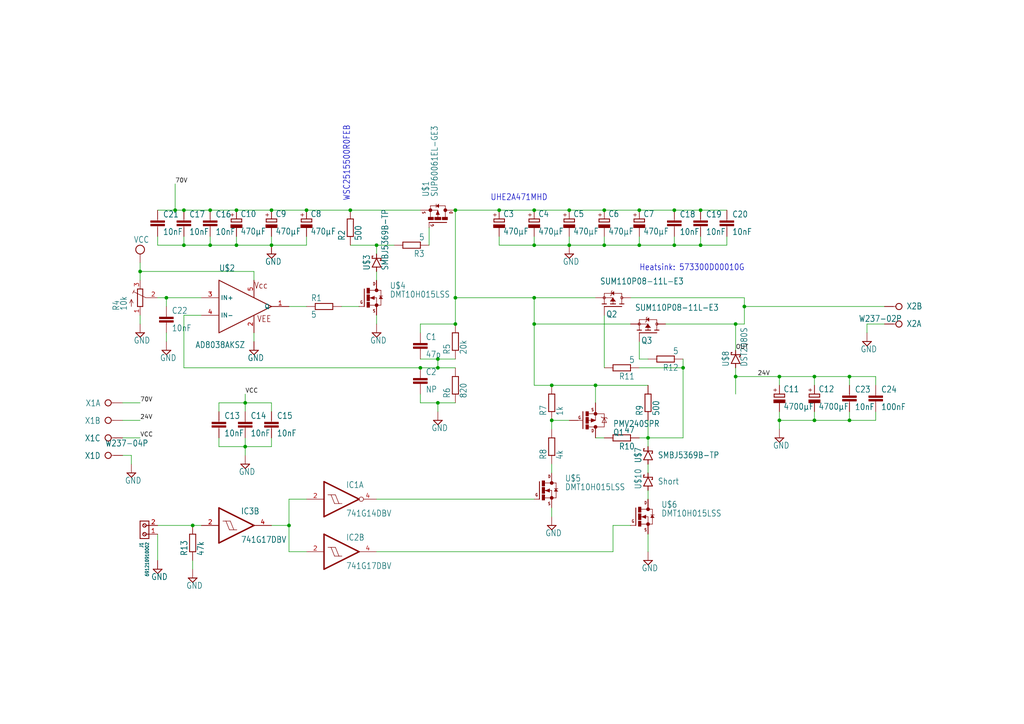
<source format=kicad_sch>
(kicad_sch (version 20231120) (generator "eeschema") (generator_version "8.0")
  (paper "A4")
  (lib_symbols
    (symbol "VoltageControl_V1p1-eagle-import:691210910002"
      (property "Reference" "J" (at -4.88 -0.922 0))
      (symbol "691210910002_1_0"
        (pin passive line (at -2.54 -5.08 90) (length 2.54) (name "1") (number "1"))
        (pin passive line (at 0 -5.08 90) (length 2.54) (name "2") (number "2"))
      )
    )
    (symbol "VoltageControl_V1p1-eagle-import:741G14DBV"
      (property "Reference" "IC" (at -0.635 -0.635 0))
      (symbol "741G14DBV_1_0"
        (pin input line (at -10.16 0 0) (length 5.08) (name "I") (number "2"))
        (pin output inverted (at 10.16 0 180) (length 5.08) (name "O") (number "4"))
      )
      (symbol "741G14DBV_2_0"
        (text "GND" (at 1.905 -6.35 900) (effects (font (size 1.27 1.0795)) (justify left bottom)))
        (text "VCC" (at 1.905 2.54 900) (effects (font (size 1.27 1.0795)) (justify left bottom)))
        (pin power_in line (at 0 -7.62 90) (length 5.08) (name "GND") (number "3"))
        (pin power_in line (at 0 7.62 270) (length 5.08) (name "VCC") (number "5"))
      )
    )
    (symbol "VoltageControl_V1p1-eagle-import:741G17DBV"
      (property "Reference" "IC" (at 1.27 3.175 0))
      (symbol "741G17DBV_1_0"
        (text "GND" (at 1.905 -6.35 900) (effects (font (size 1.27 1.0795)) (justify left bottom)))
        (text "VCC" (at 1.905 2.54 900) (effects (font (size 1.27 1.0795)) (justify left bottom)))
        (pin power_in line (at 0 -7.62 90) (length 5.08) (name "GND") (number "3"))
        (pin power_in line (at 0 7.62 270) (length 5.08) (name "VCC") (number "5"))
      )
      (symbol "741G17DBV_2_0"
        (pin input line (at -10.16 0 0) (length 5.08) (name "I") (number "2"))
        (pin output line (at 10.16 0 180) (length 5.08) (name "O") (number "4"))
      )
    )
    (symbol "VoltageControl_V1p1-eagle-import:AD8038AKSZ"
      (symbol "AD8038AKSZ_1_0"
        (text "Vcc" (at 2.54 5.08 0) (effects (font (size 1.778 1.5113)) (justify left bottom)))
        (text "VEE" (at 7.62 -2.54 0) (effects (font (size 1.778 1.5113)) (justify right top)))
        (pin bidirectional line (at 12.7 0 180) (length 5.08) (name "Q") (number "1"))
        (pin bidirectional line (at 2.54 -7.62 90) (length 5.08) (name "VEE") (number "2"))
        (pin bidirectional line (at -12.7 2.54 0) (length 5.08) (name "IN+") (number "3"))
        (pin bidirectional line (at -12.7 -2.54 0) (length 5.08) (name "IN-") (number "4"))
        (pin bidirectional line (at 2.54 7.62 270) (length 5.08) (name "VCC") (number "5"))
      )
    )
    (symbol "VoltageControl_V1p1-eagle-import:C-EUC0805"
      (property "Reference" "C" (at 1.524 0.381 0))
      (symbol "C-EUC0805_1_0"
        (pin passive line (at 0 2.54 270) (length 2.54) (name "1") (number "1"))
        (pin passive line (at 0 -5.08 90) (length 2.54) (name "2") (number "2"))
      )
    )
    (symbol "VoltageControl_V1p1-eagle-import:C-EUC1206"
      (property "Reference" "C" (at 1.524 0.381 0))
      (symbol "C-EUC1206_1_0"
        (pin passive line (at 0 2.54 270) (length 2.54) (name "1") (number "1"))
        (pin passive line (at 0 -5.08 90) (length 2.54) (name "2") (number "2"))
      )
    )
    (symbol "VoltageControl_V1p1-eagle-import:CPOL-EUE7.5-16"
      (property "Reference" "C" (at 1.143 0.4826 0))
      (symbol "CPOL-EUE7.5-16_1_0"
        (text "+" (at -0.5842 0.4064 900) (effects (font (size 1.27 1.0795)) (justify left bottom)))
        (pin passive line (at 0 2.54 270) (length 2.54) (name "+") (number "+"))
        (pin passive line (at 0 -5.08 90) (length 2.54) (name "-") (number "-"))
      )
    )
    (symbol "VoltageControl_V1p1-eagle-import:CPOL-EUE7.5-18"
      (property "Reference" "C" (at 1.143 0.4826 0))
      (symbol "CPOL-EUE7.5-18_1_0"
        (text "+" (at -0.5842 0.4064 900) (effects (font (size 1.27 1.0795)) (justify left bottom)))
        (pin passive line (at 0 2.54 270) (length 2.54) (name "+") (number "+"))
        (pin passive line (at 0 -5.08 90) (length 2.54) (name "-") (number "-"))
      )
    )
    (symbol "VoltageControl_V1p1-eagle-import:DMT10H015LSS"
      (symbol "DMT10H015LSS_1_0"
        (text "D" (at 1.397 3.556 0) (effects (font (size 0.8128 0.6908)) (justify left bottom)))
        (text "G" (at -2.286 -1.778 0) (effects (font (size 0.8128 0.6908)) (justify left bottom)))
        (text "S" (at 1.397 -4.318 0) (effects (font (size 0.8128 0.6908)) (justify left bottom)))
        (pin passive line (at 2.54 -5.08 90) (length 2.54) (name "S") (number "1"))
        (pin passive line (at 2.54 -5.08 90) (length 2.54) (name "S") (number "2"))
        (pin passive line (at 2.54 -5.08 90) (length 2.54) (name "S") (number "3"))
        (pin passive line (at -2.54 -2.54 0) (length 0) (name "G") (number "4"))
        (pin passive line (at 2.54 5.08 270) (length 2.54) (name "D") (number "5"))
        (pin passive line (at 2.54 5.08 270) (length 2.54) (name "D") (number "6"))
        (pin passive line (at 2.54 5.08 270) (length 2.54) (name "D") (number "7"))
        (pin passive line (at 2.54 5.08 270) (length 2.54) (name "D") (number "8"))
      )
    )
    (symbol "VoltageControl_V1p1-eagle-import:DST2080S"
      (symbol "DST2080S_1_0"
        (pin passive line (at 2.54 0 180) (length 0) (name "C") (number "P$1"))
        (pin passive line (at -2.54 0 0) (length 0) (name "A") (number "P$2"))
        (pin passive line (at -2.54 0 0) (length 0) (name "A") (number "P$3"))
      )
    )
    (symbol "VoltageControl_V1p1-eagle-import:GND" (power)
      (symbol "GND_1_0"
        (pin power_in line (at 0 2.54 270) (length 2.54) (name "GND") (number "1"))
      )
    )
    (symbol "VoltageControl_V1p1-eagle-import:MOSFET-PCHANNEL"
      (property "Reference" "Q" (at 5.08 2.54 0))
      (symbol "MOSFET-PCHANNEL_1_0"
        (text "D" (at -1.27 2.54 0) (effects (font (size 0.8128 0.6908)) (justify left bottom)))
        (text "G" (at -5.08 -1.27 0) (effects (font (size 0.8128 0.6908)) (justify left bottom)))
        (text "S" (at -1.27 -3.556 0) (effects (font (size 0.8128 0.6908)) (justify left bottom)))
        (pin passive line (at -7.62 0 0) (length 2.54) (name "G") (number "1"))
        (pin passive line (at 0 -5.08 90) (length 2.54) (name "S") (number "2"))
        (pin passive line (at 0 5.08 270) (length 2.54) (name "D") (number "3"))
      )
    )
    (symbol "VoltageControl_V1p1-eagle-import:MOSFET_SUNK"
      (symbol "MOSFET_SUNK_1_0"
        (text "D" (at 1.397 -4.318 0) (effects (font (size 0.8128 0.6908)) (justify left bottom)))
        (text "G" (at -2.286 1.143 0) (effects (font (size 0.8128 0.6908)) (justify left bottom)))
        (text "S" (at 1.397 3.556 0) (effects (font (size 0.8128 0.6908)) (justify left bottom)))
        (pin passive line (at -2.54 2.54 0) (length 0) (name "G") (number "P$1"))
        (pin passive line (at 2.54 -5.08 90) (length 2.54) (name "D") (number "P$2"))
        (pin passive line (at 2.54 5.08 270) (length 2.54) (name "S") (number "P$3"))
      )
    )
    (symbol "VoltageControl_V1p1-eagle-import:R-EU_R0805"
      (property "Reference" "R" (at -3.81 1.4986 0))
      (symbol "R-EU_R0805_1_0"
        (pin passive line (at -5.08 0 0) (length 2.54) (name "1") (number "1"))
        (pin passive line (at 5.08 0 180) (length 2.54) (name "2") (number "2"))
      )
    )
    (symbol "VoltageControl_V1p1-eagle-import:R-EU_R2512"
      (property "Reference" "R" (at -3.81 1.4986 0))
      (symbol "R-EU_R2512_1_0"
        (pin passive line (at -5.08 0 0) (length 2.54) (name "1") (number "1"))
        (pin passive line (at 5.08 0 180) (length 2.54) (name "2") (number "2"))
      )
    )
    (symbol "VoltageControl_V1p1-eagle-import:SCHOTTKYDO-214-AA"
      (symbol "SCHOTTKYDO-214-AA_1_0"
        (pin passive line (at -2.54 0 0) (length 0) (name "A") (number "A"))
        (pin passive line (at 2.54 0 180) (length 0) (name "C") (number "C"))
      )
    )
    (symbol "VoltageControl_V1p1-eagle-import:SPB80P06P"
      (property "Reference" "Q" (at -11.43 -1.27 0))
      (symbol "SPB80P06P_1_0"
        (pin passive line (at -2.54 2.54 0) (length 2.54) (name "G") (number "1"))
        (pin passive line (at 2.54 5.08 270) (length 2.54) (name "S") (number "2"))
        (pin passive line (at 2.54 -5.08 90) (length 2.54) (name "D") (number "3"))
      )
    )
    (symbol "VoltageControl_V1p1-eagle-import:TRIM_EU-SM-42/43X"
      (property "Reference" "R" (at -5.969 -3.81 90))
      (symbol "TRIM_EU-SM-42/43X_1_0"
        (pin passive line (at 0 -5.08 90) (length 2.54) (name "A") (number "1"))
        (pin passive line (at 5.08 0 180) (length 2.54) (name "S") (number "2"))
        (pin passive line (at 0 5.08 270) (length 2.54) (name "E") (number "3"))
      )
    )
    (symbol "VoltageControl_V1p1-eagle-import:VCC" (power)
      (symbol "VCC_1_0"
        (pin power_in line (at 0 -2.54 90) (length 2.54) (name "VCC") (number "1"))
      )
    )
    (symbol "VoltageControl_V1p1-eagle-import:W237-02P"
      (property "Reference" "X" (at -1.27 0.889 0))
      (symbol "W237-02P_1_0"
        (pin passive line (at 5.08 0 180) (length 2.54) (name "KL") (number "1"))
      )
      (symbol "W237-02P_2_0"
        (pin passive line (at 5.08 0 180) (length 2.54) (name "KL") (number "2"))
      )
    )
    (symbol "VoltageControl_V1p1-eagle-import:W237-04P"
      (property "Reference" "X" (at -1.27 0.889 0))
      (symbol "W237-04P_1_0"
        (pin passive line (at 5.08 0 180) (length 2.54) (name "KL") (number "1"))
      )
      (symbol "W237-04P_2_0"
        (pin passive line (at 5.08 0 180) (length 2.54) (name "KL") (number "2"))
      )
      (symbol "W237-04P_3_0"
        (pin passive line (at 5.08 0 180) (length 2.54) (name "KL") (number "3"))
      )
      (symbol "W237-04P_4_0"
        (pin passive line (at 5.08 0 180) (length 2.54) (name "KL") (number "4"))
      )
    )
  )
  (junction (at 246.38 121.92))
  (junction (at 172.72 111.76))
  (junction (at 165.1 60.96))
  (junction (at 213.36 93.98))
  (junction (at 195.58 71.12))
  (junction (at 236.22 109.22))
  (junction (at 215.9 88.9))
  (junction (at 60.96 71.12))
  (junction (at 246.38 109.22))
  (junction (at 88.9 60.96))
  (junction (at 132.08 60.96))
  (junction (at 185.42 71.12))
  (junction (at 78.74 60.96))
  (junction (at 226.06 109.22))
  (junction (at 53.34 60.96))
  (junction (at 154.94 93.98))
  (junction (at 226.06 121.92))
  (junction (at 40.64 78.74))
  (junction (at 127 106.68))
  (junction (at 154.94 86.36))
  (junction (at 50.8 60.96))
  (junction (at 203.2 71.12))
  (junction (at 132.08 86.36))
  (junction (at 60.96 60.96))
  (junction (at 160.02 111.76))
  (junction (at 55.88 152.4))
  (junction (at 109.22 71.12))
  (junction (at 175.26 71.12))
  (junction (at 132.08 93.98))
  (junction (at 48.26 86.36))
  (junction (at 121.92 106.68))
  (junction (at 127 104.14))
  (junction (at 195.58 60.96))
  (junction (at 68.58 71.12))
  (junction (at 71.12 129.54))
  (junction (at 101.6 60.96))
  (junction (at 144.78 60.96))
  (junction (at 154.94 71.12))
  (junction (at 236.22 121.92))
  (junction (at 53.34 71.12))
  (junction (at 78.74 71.12))
  (junction (at 165.1 71.12))
  (junction (at 68.58 60.96))
  (junction (at 154.94 60.96))
  (junction (at 213.36 109.22))
  (junction (at 160.02 121.92))
  (junction (at 71.12 116.84))
  (junction (at 185.42 60.96))
  (junction (at 198.12 106.68))
  (junction (at 187.96 127))
  (junction (at 175.26 60.96))
  (junction (at 203.2 60.96))
  (junction (at 83.82 152.4))
  (junction (at 127 116.84))
  (wire (pts (xy 50.8 60.96) (xy 50.8 53.34)) (stroke (width 0.1524)))
  (wire (pts (xy 88.9 71.12) (xy 88.9 68.58)) (stroke (width 0.1524)))
  (wire (pts (xy 198.12 127) (xy 187.96 127)) (stroke (width 0.1524)))
  (wire (pts (xy 144.78 60.96) (xy 154.94 60.96)) (stroke (width 0.1524)))
  (wire (pts (xy 154.94 68.58) (xy 154.94 71.12)) (stroke (width 0.1524)))
  (wire (pts (xy 177.8 152.4) (xy 182.88 152.4)) (stroke (width 0.1524)))
  (wire (pts (xy 132.08 60.96) (xy 144.78 60.96)) (stroke (width 0.1524)))
  (wire (pts (xy 144.78 68.58) (xy 144.78 71.12)) (stroke (width 0.1524)))
  (wire (pts (xy 160.02 134.62) (xy 160.02 137.16)) (stroke (width 0.1524)))
  (wire (pts (xy 45.72 60.96) (xy 50.8 60.96)) (stroke (width 0.1524)))
  (wire (pts (xy 78.74 127) (xy 78.74 129.54)) (stroke (width 0.1524)))
  (wire (pts (xy 236.22 109.22) (xy 236.22 111.76)) (stroke (width 0.1524)))
  (wire (pts (xy 198.12 106.68) (xy 198.12 104.14)) (stroke (width 0.1524)))
  (wire (pts (xy 60.96 60.96) (xy 53.34 60.96)) (stroke (width 0.1524)))
  (wire (pts (xy 78.74 68.58) (xy 78.74 71.12)) (stroke (width 0.1524)))
  (wire (pts (xy 213.36 101.6) (xy 213.36 93.98)) (stroke (width 0.1524)))
  (wire (pts (xy 160.02 147.32) (xy 160.02 149.86)) (stroke (width 0.1524)))
  (wire (pts (xy 127 119.38) (xy 127 116.84)) (stroke (width 0.1524)))
  (wire (pts (xy 203.2 60.96) (xy 210.82 60.96)) (stroke (width 0.1524)))
  (wire (pts (xy 68.58 60.96) (xy 60.96 60.96)) (stroke (width 0.1524)))
  (wire (pts (xy 175.26 60.96) (xy 185.42 60.96)) (stroke (width 0.1524)))
  (wire (pts (xy 226.06 111.76) (xy 226.06 109.22)) (stroke (width 0.1524)))
  (wire (pts (xy 127 104.14) (xy 121.92 104.14)) (stroke (width 0.1524)))
  (wire (pts (xy 73.66 78.74) (xy 40.64 78.74)) (stroke (width 0.1524)))
  (wire (pts (xy 213.36 93.98) (xy 193.04 93.98)) (stroke (width 0.1524)))
  (wire (pts (xy 213.36 109.22) (xy 213.36 114.3)) (stroke (width 0.1524)))
  (wire (pts (xy 165.1 60.96) (xy 175.26 60.96)) (stroke (width 0.1524)))
  (wire (pts (xy 213.36 109.22) (xy 226.06 109.22)) (stroke (width 0.1524)))
  (wire (pts (xy 195.58 68.58) (xy 195.58 71.12)) (stroke (width 0.1524)))
  (wire (pts (xy 154.94 111.76) (xy 154.94 93.98)) (stroke (width 0.1524)))
  (wire (pts (xy 55.88 152.4) (xy 45.72 152.4)) (stroke (width 0.1524)))
  (wire (pts (xy 215.9 88.9) (xy 215.9 93.98)) (stroke (width 0.1524)))
  (wire (pts (xy 38.1 132.08) (xy 38.1 134.62)) (stroke (width 0.1524)))
  (wire (pts (xy 83.82 160.02) (xy 88.9 160.02)) (stroke (width 0.1524)))
  (wire (pts (xy 187.96 134.62) (xy 187.96 137.16)) (stroke (width 0.1524)))
  (wire (pts (xy 203.2 71.12) (xy 195.58 71.12)) (stroke (width 0.1524)))
  (wire (pts (xy 195.58 60.96) (xy 203.2 60.96)) (stroke (width 0.1524)))
  (wire (pts (xy 71.12 116.84) (xy 78.74 116.84)) (stroke (width 0.1524)))
  (wire (pts (xy 226.06 119.38) (xy 226.06 121.92)) (stroke (width 0.1524)))
  (wire (pts (xy 55.88 162.56) (xy 55.88 165.1)) (stroke (width 0.1524)))
  (wire (pts (xy 185.42 104.14) (xy 187.96 104.14)) (stroke (width 0.1524)))
  (wire (pts (xy 73.66 96.52) (xy 73.66 99.06)) (stroke (width 0.1524)))
  (wire (pts (xy 63.5 119.38) (xy 63.5 116.84)) (stroke (width 0.1524)))
  (wire (pts (xy 251.46 96.52) (xy 251.46 93.98)) (stroke (width 0.1524)))
  (wire (pts (xy 210.82 68.58) (xy 210.82 71.12)) (stroke (width 0.1524)))
  (wire (pts (xy 187.96 127) (xy 187.96 121.92)) (stroke (width 0.1524)))
  (wire (pts (xy 185.42 127) (xy 187.96 127)) (stroke (width 0.1524)))
  (wire (pts (xy 187.96 154.94) (xy 187.96 160.02)) (stroke (width 0.1524)))
  (wire (pts (xy 177.8 160.02) (xy 177.8 152.4)) (stroke (width 0.1524)))
  (wire (pts (xy 182.88 86.36) (xy 215.9 86.36)) (stroke (width 0.1524)))
  (wire (pts (xy 132.08 93.98) (xy 132.08 86.36)) (stroke (width 0.1524)))
  (wire (pts (xy 132.08 104.14) (xy 127 104.14)) (stroke (width 0.1524)))
  (wire (pts (xy 71.12 116.84) (xy 71.12 114.3)) (stroke (width 0.1524)))
  (wire (pts (xy 215.9 86.36) (xy 215.9 88.9)) (stroke (width 0.1524)))
  (wire (pts (xy 101.6 60.96) (xy 88.9 60.96)) (stroke (width 0.1524)))
  (wire (pts (xy 71.12 119.38) (xy 71.12 116.84)) (stroke (width 0.1524)))
  (wire (pts (xy 165.1 68.58) (xy 165.1 71.12)) (stroke (width 0.1524)))
  (wire (pts (xy 203.2 68.58) (xy 203.2 71.12)) (stroke (width 0.1524)))
  (wire (pts (xy 35.56 116.84) (xy 40.64 116.84)) (stroke (width 0.1524)))
  (wire (pts (xy 35.56 132.08) (xy 38.1 132.08)) (stroke (width 0.1524)))
  (wire (pts (xy 40.64 76.2) (xy 40.64 78.74)) (stroke (width 0.1524)))
  (wire (pts (xy 154.94 60.96) (xy 165.1 60.96)) (stroke (width 0.1524)))
  (wire (pts (xy 254 109.22) (xy 254 111.76)) (stroke (width 0.1524)))
  (wire (pts (xy 78.74 152.4) (xy 83.82 152.4)) (stroke (width 0.1524)))
  (wire (pts (xy 53.34 68.58) (xy 53.34 71.12)) (stroke (width 0.1524)))
  (wire (pts (xy 175.26 68.58) (xy 175.26 71.12)) (stroke (width 0.1524)))
  (wire (pts (xy 45.72 154.94) (xy 45.72 162.56)) (stroke (width 0.1524)))
  (wire (pts (xy 246.38 109.22) (xy 246.38 111.76)) (stroke (width 0.1524)))
  (wire (pts (xy 251.46 93.98) (xy 256.54 93.98)) (stroke (width 0.1524)))
  (wire (pts (xy 236.22 121.92) (xy 226.06 121.92)) (stroke (width 0.1524)))
  (wire (pts (xy 175.26 71.12) (xy 185.42 71.12)) (stroke (width 0.1524)))
  (wire (pts (xy 160.02 124.46) (xy 160.02 121.92)) (stroke (width 0.1524)))
  (wire (pts (xy 53.34 71.12) (xy 60.96 71.12)) (stroke (width 0.1524)))
  (wire (pts (xy 187.96 111.76) (xy 172.72 111.76)) (stroke (width 0.1524)))
  (wire (pts (xy 48.26 88.9) (xy 48.26 86.36)) (stroke (width 0.1524)))
  (wire (pts (xy 127 106.68) (xy 132.08 106.68)) (stroke (width 0.1524)))
  (wire (pts (xy 35.56 127) (xy 40.64 127)) (stroke (width 0.1524)))
  (wire (pts (xy 99.06 88.9) (xy 104.14 88.9)) (stroke (width 0.1524)))
  (wire (pts (xy 71.12 129.54) (xy 71.12 127)) (stroke (width 0.1524)))
  (wire (pts (xy 185.42 106.68) (xy 198.12 106.68)) (stroke (width 0.1524)))
  (wire (pts (xy 53.34 60.96) (xy 50.8 60.96)) (stroke (width 0.1524)))
  (wire (pts (xy 53.34 106.68) (xy 53.34 91.44)) (stroke (width 0.1524)))
  (wire (pts (xy 121.92 106.68) (xy 127 106.68)) (stroke (width 0.1524)))
  (wire (pts (xy 154.94 144.78) (xy 109.22 144.78)) (stroke (width 0.1524)))
  (wire (pts (xy 254 119.38) (xy 254 121.92)) (stroke (width 0.1524)))
  (wire (pts (xy 121.92 116.84) (xy 127 116.84)) (stroke (width 0.1524)))
  (wire (pts (xy 68.58 68.58) (xy 68.58 71.12)) (stroke (width 0.1524)))
  (wire (pts (xy 121.92 60.96) (xy 101.6 60.96)) (stroke (width 0.1524)))
  (wire (pts (xy 35.56 121.92) (xy 40.64 121.92)) (stroke (width 0.1524)))
  (wire (pts (xy 78.74 129.54) (xy 71.12 129.54)) (stroke (width 0.1524)))
  (wire (pts (xy 154.94 93.98) (xy 154.94 86.36)) (stroke (width 0.1524)))
  (wire (pts (xy 236.22 109.22) (xy 246.38 109.22)) (stroke (width 0.1524)))
  (wire (pts (xy 226.06 109.22) (xy 236.22 109.22)) (stroke (width 0.1524)))
  (wire (pts (xy 58.42 86.36) (xy 48.26 86.36)) (stroke (width 0.1524)))
  (wire (pts (xy 254 121.92) (xy 246.38 121.92)) (stroke (width 0.1524)))
  (wire (pts (xy 71.12 129.54) (xy 63.5 129.54)) (stroke (width 0.1524)))
  (wire (pts (xy 246.38 121.92) (xy 236.22 121.92)) (stroke (width 0.1524)))
  (wire (pts (xy 63.5 129.54) (xy 63.5 127)) (stroke (width 0.1524)))
  (wire (pts (xy 187.96 129.54) (xy 187.96 127)) (stroke (width 0.1524)))
  (wire (pts (xy 256.54 88.9) (xy 215.9 88.9)) (stroke (width 0.1524)))
  (wire (pts (xy 175.26 127) (xy 172.72 127)) (stroke (width 0.1524)))
  (wire (pts (xy 127 116.84) (xy 132.08 116.84)) (stroke (width 0.1524)))
  (wire (pts (xy 154.94 71.12) (xy 165.1 71.12)) (stroke (width 0.1524)))
  (wire (pts (xy 121.92 96.52) (xy 121.92 93.98)) (stroke (width 0.1524)))
  (wire (pts (xy 78.74 60.96) (xy 68.58 60.96)) (stroke (width 0.1524)))
  (wire (pts (xy 160.02 111.76) (xy 154.94 111.76)) (stroke (width 0.1524)))
  (wire (pts (xy 109.22 91.44) (xy 109.22 93.98)) (stroke (width 0.1524)))
  (wire (pts (xy 172.72 111.76) (xy 160.02 111.76)) (stroke (width 0.1524)))
  (wire (pts (xy 45.72 68.58) (xy 45.72 71.12)) (stroke (width 0.1524)))
  (wire (pts (xy 121.92 93.98) (xy 132.08 93.98)) (stroke (width 0.1524)))
  (wire (pts (xy 226.06 121.92) (xy 226.06 124.46)) (stroke (width 0.1524)))
  (wire (pts (xy 109.22 160.02) (xy 177.8 160.02)) (stroke (width 0.1524)))
  (wire (pts (xy 121.92 114.3) (xy 121.92 116.84)) (stroke (width 0.1524)))
  (wire (pts (xy 71.12 132.08) (xy 71.12 129.54)) (stroke (width 0.1524)))
  (wire (pts (xy 48.26 86.36) (xy 45.72 86.36)) (stroke (width 0.1524)))
  (wire (pts (xy 185.42 60.96) (xy 195.58 60.96)) (stroke (width 0.1524)))
  (wire (pts (xy 83.82 152.4) (xy 83.82 144.78)) (stroke (width 0.1524)))
  (wire (pts (xy 165.1 71.12) (xy 175.26 71.12)) (stroke (width 0.1524)))
  (wire (pts (xy 73.66 81.28) (xy 73.66 78.74)) (stroke (width 0.1524)))
  (wire (pts (xy 88.9 60.96) (xy 78.74 60.96)) (stroke (width 0.1524)))
  (wire (pts (xy 246.38 119.38) (xy 246.38 121.92)) (stroke (width 0.1524)))
  (wire (pts (xy 68.58 71.12) (xy 78.74 71.12)) (stroke (width 0.1524)))
  (wire (pts (xy 109.22 73.66) (xy 109.22 71.12)) (stroke (width 0.1524)))
  (wire (pts (xy 40.64 93.98) (xy 40.64 91.44)) (stroke (width 0.1524)))
  (wire (pts (xy 58.42 152.4) (xy 55.88 152.4)) (stroke (width 0.1524)))
  (wire (pts (xy 132.08 86.36) (xy 132.08 60.96)) (stroke (width 0.1524)))
  (wire (pts (xy 210.82 71.12) (xy 203.2 71.12)) (stroke (width 0.1524)))
  (wire (pts (xy 160.02 121.92) (xy 165.1 121.92)) (stroke (width 0.1524)))
  (wire (pts (xy 215.9 93.98) (xy 213.36 93.98)) (stroke (width 0.1524)))
  (wire (pts (xy 53.34 91.44) (xy 58.42 91.44)) (stroke (width 0.1524)))
  (wire (pts (xy 83.82 88.9) (xy 88.9 88.9)) (stroke (width 0.1524)))
  (wire (pts (xy 127 106.68) (xy 127 104.14)) (stroke (width 0.1524)))
  (wire (pts (xy 83.82 152.4) (xy 83.82 160.02)) (stroke (width 0.1524)))
  (wire (pts (xy 195.58 71.12) (xy 185.42 71.12)) (stroke (width 0.1524)))
  (wire (pts (xy 63.5 116.84) (xy 71.12 116.84)) (stroke (width 0.1524)))
  (wire (pts (xy 187.96 142.24) (xy 187.96 144.78)) (stroke (width 0.1524)))
  (wire (pts (xy 198.12 106.68) (xy 198.12 127)) (stroke (width 0.1524)))
  (wire (pts (xy 83.82 144.78) (xy 88.9 144.78)) (stroke (width 0.1524)))
  (wire (pts (xy 60.96 68.58) (xy 60.96 71.12)) (stroke (width 0.1524)))
  (wire (pts (xy 48.26 96.52) (xy 48.26 99.06)) (stroke (width 0.1524)))
  (wire (pts (xy 246.38 109.22) (xy 254 109.22)) (stroke (width 0.1524)))
  (wire (pts (xy 121.92 106.68) (xy 53.34 106.68)) (stroke (width 0.1524)))
  (wire (pts (xy 185.42 71.12) (xy 185.42 68.58)) (stroke (width 0.1524)))
  (wire (pts (xy 172.72 116.84) (xy 172.72 111.76)) (stroke (width 0.1524)))
  (wire (pts (xy 172.72 86.36) (xy 154.94 86.36)) (stroke (width 0.1524)))
  (wire (pts (xy 78.74 71.12) (xy 88.9 71.12)) (stroke (width 0.1524)))
  (wire (pts (xy 154.94 86.36) (xy 132.08 86.36)) (stroke (width 0.1524)))
  (wire (pts (xy 175.26 91.44) (xy 175.26 106.68)) (stroke (width 0.1524)))
  (wire (pts (xy 144.78 71.12) (xy 154.94 71.12)) (stroke (width 0.1524)))
  (wire (pts (xy 182.88 93.98) (xy 154.94 93.98)) (stroke (width 0.1524)))
  (wire (pts (xy 109.22 81.28) (xy 109.22 78.74)) (stroke (width 0.1524)))
  (wire (pts (xy 185.42 99.06) (xy 185.42 104.14)) (stroke (width 0.1524)))
  (wire (pts (xy 236.22 119.38) (xy 236.22 121.92)) (stroke (width 0.1524)))
  (wire (pts (xy 40.64 78.74) (xy 40.64 81.28)) (stroke (width 0.1524)))
  (wire (pts (xy 124.46 71.12) (xy 124.46 66.04)) (stroke (width 0.1524)))
  (wire (pts (xy 78.74 116.84) (xy 78.74 119.38)) (stroke (width 0.1524)))
  (wire (pts (xy 45.72 71.12) (xy 53.34 71.12)) (stroke (width 0.1524)))
  (wire (pts (xy 114.3 71.12) (xy 109.22 71.12)) (stroke (width 0.1524)))
  (wire (pts (xy 213.36 106.68) (xy 213.36 109.22)) (stroke (width 0.1524)))
  (wire (pts (xy 60.96 71.12) (xy 68.58 71.12)) (stroke (width 0.1524)))
  (wire (pts (xy 109.22 71.12) (xy 101.6 71.12)) (stroke (width 0.1524)))
  (text "Heatsink: 573300D00010G" (at 185.42 78.74 0) (effects (font (size 1.778 1.5113)) (justify left bottom)))
  (text "WSC2515500R0FEB" (at 101.6 58.42 90) (effects (font (size 1.778 1.5113)) (justify left bottom)))
  (text "UHE2A471MHD" (at 142.24 58.42 0) (effects (font (size 1.778 1.5113)) (justify left bottom)))
  (label "VCC" (at 40.64 127 0) (effects (font (size 1.2446 1.2446))))
  (label "OUT" (at 213.36 101.6 0) (effects (font (size 1.2446 1.2446))))
  (label "70V" (at 40.64 116.84 0) (effects (font (size 1.2446 1.2446))))
  (label "VCC" (at 71.12 114.3 0) (effects (font (size 1.2446 1.2446))))
  (label "24V" (at 219.71 109.22 0) (effects (font (size 1.2446 1.2446))))
  (label "70V" (at 50.8 53.34 0) (effects (font (size 1.2446 1.2446))))
  (label "24V" (at 40.64 121.92 0) (effects (font (size 1.2446 1.2446))))
  (symbol (lib_id "VoltageControl_V1p1-eagle-import:CPOL-EUE7.5-16") (at 88.9 63.5 0) (unit 1)
    (property "Reference" "C8" (at 90.043 63.0174 0) (effects (font (size 1.778 1.5113)) (justify left bottom)))
    (property "Value" "470µF" (at 90.043 68.0974 0) (effects (font (size 1.778 1.5113)) (justify left bottom)))
    (property "Footprint" "VoltageControl_V1p1:E7,5-16" (effects (hide yes)))
  )
  (symbol (lib_id "VoltageControl_V1p1-eagle-import:C-EUC0805") (at 203.2 63.5 0) (unit 1)
    (property "Reference" "C19" (at 204.724 63.119 0) (effects (font (size 1.778 1.5113)) (justify left bottom)))
    (property "Value" "10nF" (at 204.724 68.199 0) (effects (font (size 1.778 1.5113)) (justify left bottom)))
    (property "Footprint" "VoltageControl_V1p1:C0805" (effects (hide yes)))
  )
  (symbol (lib_id "VoltageControl_V1p1-eagle-import:GND") (at 73.66 101.6 0) (unit 1)
    (property "Reference" "#SUPPLY2" (effects (hide yes)))
    (property "Value" "GND" (at 71.755 104.775 0) (effects (font (size 1.778 1.5113)) (justify left bottom)))
  )
  (symbol (lib_id "VoltageControl_V1p1-eagle-import:GND") (at 71.12 134.62 0) (unit 1)
    (property "Reference" "#SUPPLY12" (effects (hide yes)))
    (property "Value" "GND" (at 69.215 137.795 0) (effects (font (size 1.778 1.5113)) (justify left bottom)))
  )
  (symbol (lib_id "VoltageControl_V1p1-eagle-import:DST2080S") (at 213.36 104.14 90) (unit 1)
    (property "Reference" "U$8" (at 211.455 106.426 0) (effects (font (size 1.778 1.5113)) (justify left bottom)))
    (property "Value" "DST2080S" (at 216.789 106.426 0) (effects (font (size 1.778 1.5113)) (justify left bottom)))
    (property "Footprint" "VoltageControl_V1p1:TO-277B" (effects (hide yes)))
  )
  (symbol (lib_id "VoltageControl_V1p1-eagle-import:CPOL-EUE7.5-16") (at 78.74 63.5 0) (unit 1)
    (property "Reference" "C9" (at 79.883 63.0174 0) (effects (font (size 1.778 1.5113)) (justify left bottom)))
    (property "Value" "470µF" (at 79.883 68.0974 0) (effects (font (size 1.778 1.5113)) (justify left bottom)))
    (property "Footprint" "VoltageControl_V1p1:E7,5-16" (effects (hide yes)))
  )
  (symbol (lib_id "VoltageControl_V1p1-eagle-import:GND") (at 55.88 167.64 0) (unit 1)
    (property "Reference" "#SUPPLY15" (effects (hide yes)))
    (property "Value" "GND" (at 53.975 170.815 0) (effects (font (size 1.778 1.5113)) (justify left bottom)))
  )
  (symbol (lib_id "VoltageControl_V1p1-eagle-import:GND") (at 45.72 165.1 0) (unit 1)
    (property "Reference" "#SUPPLY13" (effects (hide yes)))
    (property "Value" "GND" (at 43.815 168.275 0) (effects (font (size 1.778 1.5113)) (justify left bottom)))
  )
  (symbol (lib_id "VoltageControl_V1p1-eagle-import:741G17DBV") (at 68.58 152.4 0) (unit 2)
    (property "Reference" "IC3" (at 69.85 149.225 0) (effects (font (size 1.778 1.5113)) (justify left bottom)))
    (property "Value" "741G17DBV" (at 69.85 157.48 0) (effects (font (size 1.778 1.5113)) (justify left bottom)))
    (property "Footprint" "VoltageControl_V1p1:SOT23-5" (effects (hide yes)))
  )
  (symbol (lib_id "VoltageControl_V1p1-eagle-import:C-EUC0805") (at 210.82 63.5 0) (unit 1)
    (property "Reference" "C20" (at 212.344 63.119 0) (effects (font (size 1.778 1.5113)) (justify left bottom)))
    (property "Value" "10nF" (at 212.344 68.199 0) (effects (font (size 1.778 1.5113)) (justify left bottom)))
    (property "Footprint" "VoltageControl_V1p1:C0805" (effects (hide yes)))
  )
  (symbol (lib_id "VoltageControl_V1p1-eagle-import:W237-02P") (at 261.62 88.9 180) (unit 2)
    (property "Reference" "X2" (at 262.89 89.789 0) (effects (font (size 1.778 1.5113)) (justify right top)))
    (property "Value" "W237-02P" (at 261.62 91.44 0) (effects (font (size 1.778 1.5113)) (justify left bottom)))
    (property "Footprint" "VoltageControl_V1p1:W237-132" (effects (hide yes)))
  )
  (symbol (lib_id "VoltageControl_V1p1-eagle-import:R-EU_R0805") (at 132.08 99.06 90) (unit 1)
    (property "Reference" "R5" (at 130.5814 102.87 0) (effects (font (size 1.778 1.5113)) (justify left bottom)))
    (property "Value" "20k" (at 135.382 102.87 0) (effects (font (size 1.778 1.5113)) (justify left bottom)))
    (property "Footprint" "VoltageControl_V1p1:R0805" (effects (hide yes)))
  )
  (symbol (lib_id "VoltageControl_V1p1-eagle-import:W237-04P") (at 30.48 132.08 0) (unit 4)
    (property "Reference" "X1" (at 29.21 131.191 0) (effects (font (size 1.778 1.5113)) (justify right top)))
    (property "Value" "W237-04P" (at 30.48 129.54 0) (effects (font (size 1.778 1.5113)) (justify left bottom)))
    (property "Footprint" "VoltageControl_V1p1:W237-4P" (effects (hide yes)))
  )
  (symbol (lib_id "VoltageControl_V1p1-eagle-import:GND") (at 78.74 73.66 0) (unit 1)
    (property "Reference" "#SUPPLY5" (effects (hide yes)))
    (property "Value" "GND" (at 76.835 76.835 0) (effects (font (size 1.778 1.5113)) (justify left bottom)))
  )
  (symbol (lib_id "VoltageControl_V1p1-eagle-import:CPOL-EUE7.5-18") (at 226.06 114.3 0) (unit 1)
    (property "Reference" "C11" (at 227.203 113.8174 0) (effects (font (size 1.778 1.5113)) (justify left bottom)))
    (property "Value" "4700µF" (at 227.203 118.8974 0) (effects (font (size 1.778 1.5113)) (justify left bottom)))
    (property "Footprint" "VoltageControl_V1p1:E7,5-18" (effects (hide yes)))
  )
  (symbol (lib_id "VoltageControl_V1p1-eagle-import:DMT10H015LSS") (at 185.42 149.86 0) (unit 1)
    (property "Reference" "U$6" (at 191.77 147.32 0) (effects (font (size 1.778 1.5113)) (justify left bottom)))
    (property "Value" "DMT10H015LSS" (at 191.77 149.86 0) (effects (font (size 1.778 1.5113)) (justify left bottom)))
    (property "Footprint" "VoltageControl_V1p1:SOIC8" (effects (hide yes)))
  )
  (symbol (lib_id "VoltageControl_V1p1-eagle-import:741G17DBV") (at 99.06 160.02 0) (unit 2)
    (property "Reference" "IC2" (at 100.33 156.845 0) (effects (font (size 1.778 1.5113)) (justify left bottom)))
    (property "Value" "741G17DBV" (at 100.33 165.1 0) (effects (font (size 1.778 1.5113)) (justify left bottom)))
    (property "Footprint" "VoltageControl_V1p1:SOT23-5" (effects (hide yes)))
  )
  (symbol (lib_id "VoltageControl_V1p1-eagle-import:R-EU_R2512") (at 101.6 66.04 90) (unit 1)
    (property "Reference" "R2" (at 100.1014 69.85 0) (effects (font (size 1.778 1.5113)) (justify left bottom)))
    (property "Value" "500" (at 104.902 69.85 0) (effects (font (size 1.778 1.5113)) (justify left bottom)))
    (property "Footprint" "VoltageControl_V1p1:R2512" (effects (hide yes)))
  )
  (symbol (lib_id "VoltageControl_V1p1-eagle-import:CPOL-EUE7.5-16") (at 175.26 63.5 0) (unit 1)
    (property "Reference" "C6" (at 176.403 63.0174 0) (effects (font (size 1.778 1.5113)) (justify left bottom)))
    (property "Value" "470µF" (at 176.403 68.0974 0) (effects (font (size 1.778 1.5113)) (justify left bottom)))
    (property "Footprint" "VoltageControl_V1p1:E7,5-16" (effects (hide yes)))
  )
  (symbol (lib_id "VoltageControl_V1p1-eagle-import:MOSFET-PCHANNEL") (at 172.72 121.92 0) (mirror x) (unit 1)
    (property "Reference" "Q1" (at 177.8 124.46 0) (effects (font (size 1.778 1.5113)) (justify left bottom)))
    (property "Value" "PMV240SPR" (at 177.8 121.92 0) (effects (font (size 1.778 1.5113)) (justify left bottom)))
    (property "Footprint" "VoltageControl_V1p1:SOT23-3" (effects (hide yes)))
  )
  (symbol (lib_id "VoltageControl_V1p1-eagle-import:R-EU_R0805") (at 55.88 157.48 90) (unit 1)
    (property "Reference" "R13" (at 54.3814 161.29 0) (effects (font (size 1.778 1.5113)) (justify left bottom)))
    (property "Value" "47k" (at 59.182 161.29 0) (effects (font (size 1.778 1.5113)) (justify left bottom)))
    (property "Footprint" "VoltageControl_V1p1:R0805" (effects (hide yes)))
  )
  (symbol (lib_id "VoltageControl_V1p1-eagle-import:C-EUC0805") (at 48.26 91.44 0) (unit 1)
    (property "Reference" "C22" (at 49.784 91.059 0) (effects (font (size 1.778 1.5113)) (justify left bottom)))
    (property "Value" "10nF" (at 49.784 96.139 0) (effects (font (size 1.778 1.5113)) (justify left bottom)))
    (property "Footprint" "VoltageControl_V1p1:C0805" (effects (hide yes)))
  )
  (symbol (lib_id "VoltageControl_V1p1-eagle-import:741G14DBV") (at 99.06 144.78 0) (unit 1)
    (property "Reference" "IC1" (at 100.33 141.605 0) (effects (font (size 1.778 1.5113)) (justify left bottom)))
    (property "Value" "741G14DBV" (at 100.33 149.86 0) (effects (font (size 1.778 1.5113)) (justify left bottom)))
    (property "Footprint" "VoltageControl_V1p1:SOT23-5" (effects (hide yes)))
  )
  (symbol (lib_id "VoltageControl_V1p1-eagle-import:DMT10H015LSS") (at 157.48 142.24 0) (unit 1)
    (property "Reference" "U$5" (at 163.83 139.7 0) (effects (font (size 1.778 1.5113)) (justify left bottom)))
    (property "Value" "DMT10H015LSS" (at 163.83 142.24 0) (effects (font (size 1.778 1.5113)) (justify left bottom)))
    (property "Footprint" "VoltageControl_V1p1:SOIC8" (effects (hide yes)))
  )
  (symbol (lib_id "VoltageControl_V1p1-eagle-import:C-EUC0805") (at 78.74 121.92 0) (unit 1)
    (property "Reference" "C15" (at 80.264 121.539 0) (effects (font (size 1.778 1.5113)) (justify left bottom)))
    (property "Value" "10nF" (at 80.264 126.619 0) (effects (font (size 1.778 1.5113)) (justify left bottom)))
    (property "Footprint" "VoltageControl_V1p1:C0805" (effects (hide yes)))
  )
  (symbol (lib_id "VoltageControl_V1p1-eagle-import:SPB80P06P") (at 187.96 96.52 90) (unit 1)
    (property "Reference" "Q3" (at 189.23 97.79 90) (effects (font (size 1.778 1.5113)) (justify left bottom)))
    (property "Value" "SUM110P08-11L-E3" (at 184.15 90.17 90) (effects (font (size 1.778 1.5113)) (justify right top)))
    (property "Footprint" "VoltageControl_V1p1:TO263" (effects (hide yes)))
  )
  (symbol (lib_id "VoltageControl_V1p1-eagle-import:C-EUC0805") (at 121.92 99.06 0) (unit 1)
    (property "Reference" "C1" (at 123.444 98.679 0) (effects (font (size 1.778 1.5113)) (justify left bottom)))
    (property "Value" "47p" (at 123.444 103.759 0) (effects (font (size 1.778 1.5113)) (justify left bottom)))
    (property "Footprint" "VoltageControl_V1p1:C0805" (effects (hide yes)))
  )
  (symbol (lib_id "VoltageControl_V1p1-eagle-import:DMT10H015LSS") (at 106.68 86.36 0) (unit 1)
    (property "Reference" "U$4" (at 113.03 83.82 0) (effects (font (size 1.778 1.5113)) (justify left bottom)))
    (property "Value" "DMT10H015LSS" (at 113.03 86.36 0) (effects (font (size 1.778 1.5113)) (justify left bottom)))
    (property "Footprint" "VoltageControl_V1p1:SOIC8" (effects (hide yes)))
  )
  (symbol (lib_id "VoltageControl_V1p1-eagle-import:C-EUC0805") (at 195.58 63.5 0) (unit 1)
    (property "Reference" "C18" (at 197.104 63.119 0) (effects (font (size 1.778 1.5113)) (justify left bottom)))
    (property "Value" "10nF" (at 197.104 68.199 0) (effects (font (size 1.778 1.5113)) (justify left bottom)))
    (property "Footprint" "VoltageControl_V1p1:C0805" (effects (hide yes)))
  )
  (symbol (lib_id "VoltageControl_V1p1-eagle-import:GND") (at 160.02 152.4 0) (unit 1)
    (property "Reference" "#SUPPLY7" (effects (hide yes)))
    (property "Value" "GND" (at 158.115 155.575 0) (effects (font (size 1.778 1.5113)) (justify left bottom)))
  )
  (symbol (lib_id "VoltageControl_V1p1-eagle-import:R-EU_R0805") (at 93.98 88.9 0) (unit 1)
    (property "Reference" "R1" (at 90.17 87.4014 0) (effects (font (size 1.778 1.5113)) (justify left bottom)))
    (property "Value" "5" (at 90.17 92.202 0) (effects (font (size 1.778 1.5113)) (justify left bottom)))
    (property "Footprint" "VoltageControl_V1p1:R0805" (effects (hide yes)))
  )
  (symbol (lib_id "VoltageControl_V1p1-eagle-import:TRIM_EU-SM-42/43X") (at 40.64 86.36 0) (unit 1)
    (property "Reference" "R4" (at 34.671 90.17 90) (effects (font (size 1.778 1.5113)) (justify left bottom)))
    (property "Value" "10k" (at 36.83 90.17 90) (effects (font (size 1.778 1.5113)) (justify left bottom)))
    (property "Footprint" "VoltageControl_V1p1:SM-42_43X" (effects (hide yes)))
  )
  (symbol (lib_id "VoltageControl_V1p1-eagle-import:GND") (at 109.22 96.52 0) (unit 1)
    (property "Reference" "#SUPPLY1" (effects (hide yes)))
    (property "Value" "GND" (at 107.315 99.695 0) (effects (font (size 1.778 1.5113)) (justify left bottom)))
  )
  (symbol (lib_id "VoltageControl_V1p1-eagle-import:C-EUC0805") (at 121.92 109.22 0) (unit 1)
    (property "Reference" "C2" (at 123.444 108.839 0) (effects (font (size 1.778 1.5113)) (justify left bottom)))
    (property "Value" "NP" (at 123.444 113.919 0) (effects (font (size 1.778 1.5113)) (justify left bottom)))
    (property "Footprint" "VoltageControl_V1p1:C0805" (effects (hide yes)))
  )
  (symbol (lib_id "VoltageControl_V1p1-eagle-import:C-EUC1206") (at 246.38 114.3 0) (unit 1)
    (property "Reference" "C23" (at 247.904 113.919 0) (effects (font (size 1.778 1.5113)) (justify left bottom)))
    (property "Value" "10nF" (at 247.904 118.999 0) (effects (font (size 1.778 1.5113)) (justify left bottom)))
    (property "Footprint" "VoltageControl_V1p1:C1206" (effects (hide yes)))
  )
  (symbol (lib_id "VoltageControl_V1p1-eagle-import:W237-04P") (at 30.48 127 0) (unit 3)
    (property "Reference" "X1" (at 29.21 126.111 0) (effects (font (size 1.778 1.5113)) (justify right top)))
    (property "Value" "W237-04P" (effects (hide yes)))
    (property "Footprint" "VoltageControl_V1p1:W237-4P" (effects (hide yes)))
  )
  (symbol (lib_id "VoltageControl_V1p1-eagle-import:SPB80P06P") (at 177.8 88.9 90) (unit 1)
    (property "Reference" "Q2" (at 179.07 90.17 90) (effects (font (size 1.778 1.5113)) (justify left bottom)))
    (property "Value" "SUM110P08-11L-E3" (at 173.99 82.55 90) (effects (font (size 1.778 1.5113)) (justify right top)))
    (property "Footprint" "VoltageControl_V1p1:TO263" (effects (hide yes)))
  )
  (symbol (lib_id "VoltageControl_V1p1-eagle-import:CPOL-EUE7.5-16") (at 154.94 63.5 0) (unit 1)
    (property "Reference" "C4" (at 156.083 63.0174 0) (effects (font (size 1.778 1.5113)) (justify left bottom)))
    (property "Value" "470µF" (at 156.083 68.0974 0) (effects (font (size 1.778 1.5113)) (justify left bottom)))
    (property "Footprint" "VoltageControl_V1p1:E7,5-16" (effects (hide yes)))
  )
  (symbol (lib_id "VoltageControl_V1p1-eagle-import:C-EUC0805") (at 53.34 63.5 0) (unit 1)
    (property "Reference" "C17" (at 54.864 63.119 0) (effects (font (size 1.778 1.5113)) (justify left bottom)))
    (property "Value" "10nF" (at 54.864 68.199 0) (effects (font (size 1.778 1.5113)) (justify left bottom)))
    (property "Footprint" "VoltageControl_V1p1:C0805" (effects (hide yes)))
  )
  (symbol (lib_id "VoltageControl_V1p1-eagle-import:W237-04P") (at 30.48 116.84 0) (unit 1)
    (property "Reference" "X1" (at 29.21 115.951 0) (effects (font (size 1.778 1.5113)) (justify right top)))
    (property "Value" "W237-04P" (effects (hide yes)))
    (property "Footprint" "VoltageControl_V1p1:W237-4P" (effects (hide yes)))
  )
  (symbol (lib_id "VoltageControl_V1p1-eagle-import:SCHOTTKYDO-214-AA") (at 187.96 132.08 90) (unit 1)
    (property "Reference" "U$7" (at 186.055 134.366 0) (effects (font (size 1.778 1.5113)) (justify left bottom)))
    (property "Value" "SMBJ5369B-TP" (at 190.754 132.969 90) (effects (font (size 1.778 1.5113)) (justify right top)))
    (property "Footprint" "VoltageControl_V1p1:DO-214AA" (effects (hide yes)))
  )
  (symbol (lib_id "VoltageControl_V1p1-eagle-import:SCHOTTKYDO-214-AA") (at 109.22 76.2 90) (unit 1)
    (property "Reference" "U$3" (at 107.315 78.486 0) (effects (font (size 1.778 1.5113)) (justify left bottom)))
    (property "Value" "SMBJ5369B-TP" (at 112.649 78.486 0) (effects (font (size 1.778 1.5113)) (justify left bottom)))
    (property "Footprint" "VoltageControl_V1p1:DO-214AA" (effects (hide yes)))
  )
  (symbol (lib_id "VoltageControl_V1p1-eagle-import:CPOL-EUE7.5-18") (at 236.22 114.3 0) (unit 1)
    (property "Reference" "C12" (at 237.363 113.8174 0) (effects (font (size 1.778 1.5113)) (justify left bottom)))
    (property "Value" "4700µF" (at 237.363 118.8974 0) (effects (font (size 1.778 1.5113)) (justify left bottom)))
    (property "Footprint" "VoltageControl_V1p1:E7,5-18" (effects (hide yes)))
  )
  (symbol (lib_id "VoltageControl_V1p1-eagle-import:GND") (at 226.06 127 0) (unit 1)
    (property "Reference" "#SUPPLY11" (effects (hide yes)))
    (property "Value" "GND" (at 224.155 130.175 0) (effects (font (size 1.778 1.5113)) (justify left bottom)))
  )
  (symbol (lib_id "VoltageControl_V1p1-eagle-import:GND") (at 40.64 96.52 0) (unit 1)
    (property "Reference" "#SUPPLY3" (effects (hide yes)))
    (property "Value" "GND" (at 38.735 99.695 0) (effects (font (size 1.778 1.5113)) (justify left bottom)))
  )
  (symbol (lib_id "VoltageControl_V1p1-eagle-import:MOSFET_SUNK") (at 127 63.5 90) (unit 1)
    (property "Reference" "U$1" (at 124.46 57.15 0) (effects (font (size 1.778 1.5113)) (justify left bottom)))
    (property "Value" "SUP60061EL-GE3" (at 127 57.15 0) (effects (font (size 1.778 1.5113)) (justify left bottom)))
    (property "Footprint" "VoltageControl_V1p1:TO220BH" (effects (hide yes)))
  )
  (symbol (lib_id "VoltageControl_V1p1-eagle-import:CPOL-EUE7.5-16") (at 68.58 63.5 0) (unit 1)
    (property "Reference" "C10" (at 69.723 63.0174 0) (effects (font (size 1.778 1.5113)) (justify left bottom)))
    (property "Value" "470µF" (at 69.723 68.0974 0) (effects (font (size 1.778 1.5113)) (justify left bottom)))
    (property "Footprint" "VoltageControl_V1p1:E7,5-16" (effects (hide yes)))
  )
  (symbol (lib_id "VoltageControl_V1p1-eagle-import:R-EU_R2512") (at 160.02 116.84 90) (unit 1)
    (property "Reference" "R7" (at 158.5214 120.65 0) (effects (font (size 1.778 1.5113)) (justify left bottom)))
    (property "Value" "1k" (at 163.322 120.65 0) (effects (font (size 1.778 1.5113)) (justify left bottom)))
    (property "Footprint" "VoltageControl_V1p1:R2512" (effects (hide yes)))
  )
  (symbol (lib_id "VoltageControl_V1p1-eagle-import:CPOL-EUE7.5-16") (at 165.1 63.5 0) (unit 1)
    (property "Reference" "C5" (at 166.243 63.0174 0) (effects (font (size 1.778 1.5113)) (justify left bottom)))
    (property "Value" "470µF" (at 166.243 68.0974 0) (effects (font (size 1.778 1.5113)) (justify left bottom)))
    (property "Footprint" "VoltageControl_V1p1:E7,5-16" (effects (hide yes)))
  )
  (symbol (lib_id "VoltageControl_V1p1-eagle-import:C-EUC1206") (at 254 114.3 0) (unit 1)
    (property "Reference" "C24" (at 255.524 113.919 0) (effects (font (size 1.778 1.5113)) (justify left bottom)))
    (property "Value" "100nF" (at 255.524 118.999 0) (effects (font (size 1.778 1.5113)) (justify left bottom)))
    (property "Footprint" "VoltageControl_V1p1:C1206" (effects (hide yes)))
  )
  (symbol (lib_id "VoltageControl_V1p1-eagle-import:GND") (at 251.46 99.06 0) (unit 1)
    (property "Reference" "#SUPPLY14" (effects (hide yes)))
    (property "Value" "GND" (at 249.555 102.235 0) (effects (font (size 1.778 1.5113)) (justify left bottom)))
  )
  (symbol (lib_id "VoltageControl_V1p1-eagle-import:CPOL-EUE7.5-16") (at 144.78 63.5 0) (unit 1)
    (property "Reference" "C3" (at 145.923 63.0174 0) (effects (font (size 1.778 1.5113)) (justify left bottom)))
    (property "Value" "470µF" (at 145.923 68.0974 0) (effects (font (size 1.778 1.5113)) (justify left bottom)))
    (property "Footprint" "VoltageControl_V1p1:E7,5-16" (effects (hide yes)))
  )
  (symbol (lib_id "VoltageControl_V1p1-eagle-import:CPOL-EUE7.5-16") (at 185.42 63.5 0) (unit 1)
    (property "Reference" "C7" (at 186.563 63.0174 0) (effects (font (size 1.778 1.5113)) (justify left bottom)))
    (property "Value" "470µF" (at 186.563 68.0974 0) (effects (font (size 1.778 1.5113)) (justify left bottom)))
    (property "Footprint" "VoltageControl_V1p1:E7,5-16" (effects (hide yes)))
  )
  (symbol (lib_id "VoltageControl_V1p1-eagle-import:R-EU_R0805") (at 132.08 111.76 90) (unit 1)
    (property "Reference" "R6" (at 130.5814 115.57 0) (effects (font (size 1.778 1.5113)) (justify left bottom)))
    (property "Value" "820" (at 135.382 115.57 0) (effects (font (size 1.778 1.5113)) (justify left bottom)))
    (property "Footprint" "VoltageControl_V1p1:R0805" (effects (hide yes)))
  )
  (symbol (lib_id "VoltageControl_V1p1-eagle-import:AD8038AKSZ") (at 71.12 88.9 0) (unit 1)
    (property "Reference" "U$2" (at 63.5 78.74 0) (effects (font (size 1.778 1.5113)) (justify left bottom)))
    (property "Value" "AD8038AKSZ" (at 71.12 99.06 0) (effects (font (size 1.778 1.5113)) (justify right top)))
    (property "Footprint" "VoltageControl_V1p1:SC70-5" (effects (hide yes)))
  )
  (symbol (lib_id "VoltageControl_V1p1-eagle-import:C-EUC0805") (at 71.12 121.92 0) (unit 1)
    (property "Reference" "C14" (at 72.644 121.539 0) (effects (font (size 1.778 1.5113)) (justify left bottom)))
    (property "Value" "10nF" (at 72.644 126.619 0) (effects (font (size 1.778 1.5113)) (justify left bottom)))
    (property "Footprint" "VoltageControl_V1p1:C0805" (effects (hide yes)))
  )
  (symbol (lib_id "VoltageControl_V1p1-eagle-import:W237-02P") (at 261.62 93.98 180) (unit 1)
    (property "Reference" "X2" (at 262.89 94.869 0) (effects (font (size 1.778 1.5113)) (justify right top)))
    (property "Value" "W237-02P" (effects (hide yes)))
    (property "Footprint" "VoltageControl_V1p1:W237-132" (effects (hide yes)))
  )
  (symbol (lib_id "VoltageControl_V1p1-eagle-import:C-EUC0805") (at 63.5 121.92 0) (unit 1)
    (property "Reference" "C13" (at 65.024 121.539 0) (effects (font (size 1.778 1.5113)) (justify left bottom)))
    (property "Value" "10nF" (at 65.024 126.619 0) (effects (font (size 1.778 1.5113)) (justify left bottom)))
    (property "Footprint" "VoltageControl_V1p1:C0805" (effects (hide yes)))
  )
  (symbol (lib_id "VoltageControl_V1p1-eagle-import:GND") (at 38.1 137.16 0) (unit 1)
    (property "Reference" "#SUPPLY10" (effects (hide yes)))
    (property "Value" "GND" (at 36.195 140.335 0) (effects (font (size 1.778 1.5113)) (justify left bottom)))
  )
  (symbol (lib_id "VoltageControl_V1p1-eagle-import:C-EUC0805") (at 45.72 63.5 0) (unit 1)
    (property "Reference" "C21" (at 47.244 63.119 0) (effects (font (size 1.778 1.5113)) (justify left bottom)))
    (property "Value" "10nF" (at 47.244 68.199 0) (effects (font (size 1.778 1.5113)) (justify left bottom)))
    (property "Footprint" "VoltageControl_V1p1:C0805" (effects (hide yes)))
  )
  (symbol (lib_id "VoltageControl_V1p1-eagle-import:R-EU_R0805") (at 193.04 104.14 180) (unit 1)
    (property "Reference" "R12" (at 196.85 105.6386 0) (effects (font (size 1.778 1.5113)) (justify left bottom)))
    (property "Value" "5" (at 196.85 100.838 0) (effects (font (size 1.778 1.5113)) (justify left bottom)))
    (property "Footprint" "VoltageControl_V1p1:R0805" (effects (hide yes)))
  )
  (symbol (lib_id "VoltageControl_V1p1-eagle-import:R-EU_R0805") (at 180.34 127 180) (unit 1)
    (property "Reference" "R10" (at 184.15 128.4986 0) (effects (font (size 1.778 1.5113)) (justify left bottom)))
    (property "Value" "47" (at 184.15 123.698 0) (effects (font (size 1.778 1.5113)) (justify left bottom)))
    (property "Footprint" "VoltageControl_V1p1:R0805" (effects (hide yes)))
  )
  (symbol (lib_id "VoltageControl_V1p1-eagle-import:GND") (at 48.26 101.6 0) (unit 1)
    (property "Reference" "#SUPPLY16" (effects (hide yes)))
    (property "Value" "GND" (at 46.355 104.775 0) (effects (font (size 1.778 1.5113)) (justify left bottom)))
  )
  (symbol (lib_id "VoltageControl_V1p1-eagle-import:C-EUC0805") (at 60.96 63.5 0) (unit 1)
    (property "Reference" "C16" (at 62.484 63.119 0) (effects (font (size 1.778 1.5113)) (justify left bottom)))
    (property "Value" "10nF" (at 62.484 68.199 0) (effects (font (size 1.778 1.5113)) (justify left bottom)))
    (property "Footprint" "VoltageControl_V1p1:C0805" (effects (hide yes)))
  )
  (symbol (lib_id "VoltageControl_V1p1-eagle-import:SCHOTTKYDO-214-AA") (at 187.96 139.7 90) (unit 1)
    (property "Reference" "U$10" (at 186.055 141.986 0) (effects (font (size 1.778 1.5113)) (justify left bottom)))
    (property "Value" "Short" (at 190.754 140.589 90) (effects (font (size 1.778 1.5113)) (justify right top)))
    (property "Footprint" "VoltageControl_V1p1:DO-214AA" (effects (hide yes)))
  )
  (symbol (lib_id "VoltageControl_V1p1-eagle-import:W237-04P") (at 30.48 121.92 0) (unit 2)
    (property "Reference" "X1" (at 29.21 121.031 0) (effects (font (size 1.778 1.5113)) (justify right top)))
    (property "Value" "W237-04P" (effects (hide yes)))
    (property "Footprint" "VoltageControl_V1p1:W237-4P" (effects (hide yes)))
  )
  (symbol (lib_id "VoltageControl_V1p1-eagle-import:691210910002") (at 40.64 152.4 90) (unit 1)
    (property "Reference" "J1" (at 41.562 157.28 0) (effects (font (size 1.016 0.8636)) (justify right bottom)))
    (property "Value" "691210910002" (at 43.22 157.23 0) (effects (font (size 1.016 0.8636)) (justify right bottom)))
    (property "Footprint" "VoltageControl_V1p1:691210910002" (effects (hide yes)))
  )
  (symbol (lib_id "VoltageControl_V1p1-eagle-import:R-EU_R2512") (at 160.02 129.54 90) (unit 1)
    (property "Reference" "R8" (at 158.5214 133.35 0) (effects (font (size 1.778 1.5113)) (justify left bottom)))
    (property "Value" "4k" (at 163.322 133.35 0) (effects (font (size 1.778 1.5113)) (justify left bottom)))
    (property "Footprint" "VoltageControl_V1p1:R2512" (effects (hide yes)))
  )
  (symbol (lib_id "VoltageControl_V1p1-eagle-import:GND") (at 165.1 73.66 0) (unit 1)
    (property "Reference" "#SUPPLY6" (effects (hide yes)))
    (property "Value" "GND" (at 163.195 76.835 0) (effects (font (size 1.778 1.5113)) (justify left bottom)))
  )
  (symbol (lib_id "VoltageControl_V1p1-eagle-import:GND") (at 187.96 162.56 0) (unit 1)
    (property "Reference" "#SUPPLY8" (effects (hide yes)))
    (property "Value" "GND" (at 186.055 165.735 0) (effects (font (size 1.778 1.5113)) (justify left bottom)))
  )
  (symbol (lib_id "VoltageControl_V1p1-eagle-import:R-EU_R0805") (at 119.38 71.12 180) (unit 1)
    (property "Reference" "R3" (at 123.19 72.6186 0) (effects (font (size 1.778 1.5113)) (justify left bottom)))
    (property "Value" "5" (at 123.19 67.818 0) (effects (font (size 1.778 1.5113)) (justify left bottom)))
    (property "Footprint" "VoltageControl_V1p1:R0805" (effects (hide yes)))
  )
  (symbol (lib_id "VoltageControl_V1p1-eagle-import:R-EU_R0805") (at 180.34 106.68 180) (unit 1)
    (property "Reference" "R11" (at 184.15 108.1786 0) (effects (font (size 1.778 1.5113)) (justify left bottom)))
    (property "Value" "5" (at 184.15 103.378 0) (effects (font (size 1.778 1.5113)) (justify left bottom)))
    (property "Footprint" "VoltageControl_V1p1:R0805" (effects (hide yes)))
  )
  (symbol (lib_id "VoltageControl_V1p1-eagle-import:VCC") (at 40.64 73.66 0) (unit 1)
    (property "Reference" "#SUPPLY9" (effects (hide yes)))
    (property "Value" "VCC" (at 38.735 70.485 0) (effects (font (size 1.778 1.5113)) (justify left bottom)))
  )
  (symbol (lib_id "VoltageControl_V1p1-eagle-import:R-EU_R2512") (at 187.96 116.84 90) (unit 1)
    (property "Reference" "R9" (at 186.4614 120.65 0) (effects (font (size 1.778 1.5113)) (justify left bottom)))
    (property "Value" "500" (at 191.262 120.65 0) (effects (font (size 1.778 1.5113)) (justify left bottom)))
    (property "Footprint" "VoltageControl_V1p1:R2512" (effects (hide yes)))
  )
  (symbol (lib_id "VoltageControl_V1p1-eagle-import:GND") (at 127 121.92 0) (unit 1)
    (property "Reference" "#SUPPLY4" (effects (hide yes)))
    (property "Value" "GND" (at 125.095 125.095 0) (effects (font (size 1.778 1.5113)) (justify left bottom)))
  )
)
</source>
